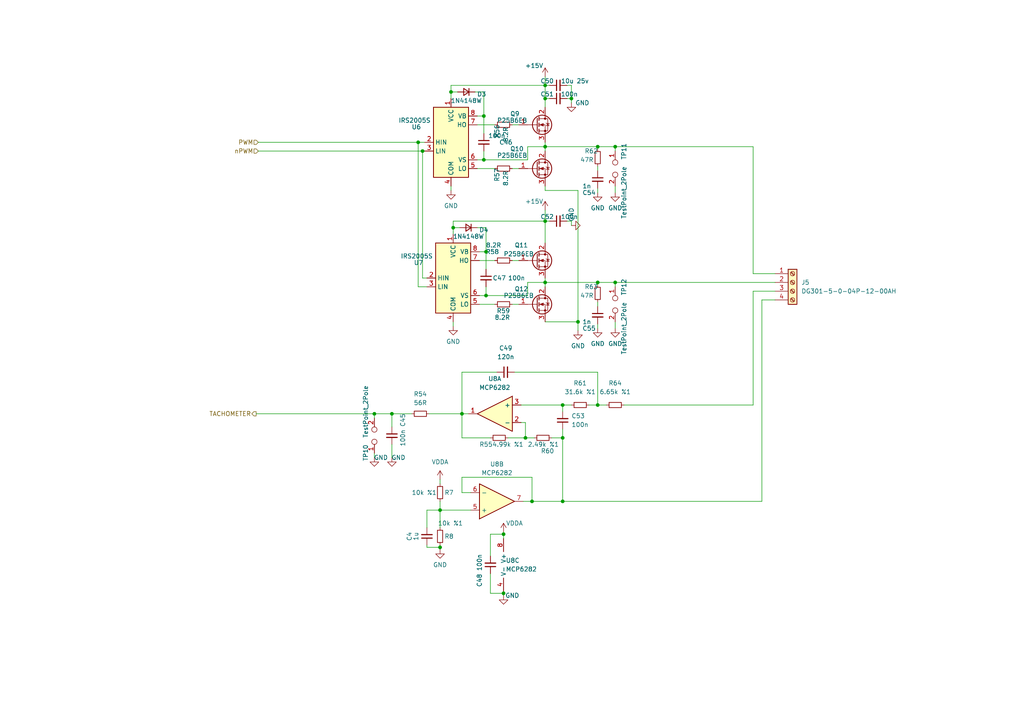
<source format=kicad_sch>
(kicad_sch (version 20211123) (generator eeschema)
  (paper "A4")
  (lib_symbols
    (symbol "Connector:Screw_Terminal_01x04" (pin_names (offset 1.016) hide)
      (property "Reference" "J" (at 0 5.08 0))
      (property "Value" "Screw_Terminal_01x04" (at 0 -7.62 0))
      (symbol "Screw_Terminal_01x04_1_1"
        (rectangle (start -1.27 3.81) (end 1.27 -6.35) (stroke (width 0.254)) (fill (type background)))
        (circle (center 0 -5.08) (radius 0.635) (stroke (width 0.1524)))
        (circle (center 0 -2.54) (radius 0.635) (stroke (width 0.1524)))
        (polyline (pts (xy -0.5334 -4.7498) (xy 0.3302 -5.588)) (stroke (width 0.1524)))
        (polyline (pts (xy -0.5334 -2.2098) (xy 0.3302 -3.048)) (stroke (width 0.1524)))
        (polyline (pts (xy -0.5334 0.3302) (xy 0.3302 -0.508)) (stroke (width 0.1524)))
        (polyline (pts (xy -0.5334 2.8702) (xy 0.3302 2.032)) (stroke (width 0.1524)))
        (polyline (pts (xy -0.3556 -4.572) (xy 0.508 -5.4102)) (stroke (width 0.1524)))
        (polyline (pts (xy -0.3556 -2.032) (xy 0.508 -2.8702)) (stroke (width 0.1524)))
        (polyline (pts (xy -0.3556 0.508) (xy 0.508 -0.3302)) (stroke (width 0.1524)))
        (polyline (pts (xy -0.3556 3.048) (xy 0.508 2.2098)) (stroke (width 0.1524)))
        (circle (center 0 0) (radius 0.635) (stroke (width 0.1524)))
        (circle (center 0 2.54) (radius 0.635) (stroke (width 0.1524)))
        (pin passive line (at -5.08 2.54 0) (length 3.81) (name "Pin_1") (number "1"))
        (pin passive line (at -5.08 0 0) (length 3.81) (name "Pin_2") (number "2"))
        (pin passive line (at -5.08 -2.54 0) (length 3.81) (name "Pin_3") (number "3"))
        (pin passive line (at -5.08 -5.08 0) (length 3.81) (name "Pin_4") (number "4"))
      )
    )
    (symbol "Connector:TestPoint_2Pole" (pin_names (offset 0.762) hide)
      (property "Reference" "TP" (at 0 1.524 0))
      (property "Value" "TestPoint_2Pole" (at 0 -1.778 0))
      (symbol "TestPoint_2Pole_0_1"
        (circle (center -1.778 0) (radius 0.762))
        (circle (center 1.778 0) (radius 0.762))
        (pin passive line (at -5.08 0 0) (length 2.54) (name "1") (number "1"))
        (pin passive line (at 5.08 0 180) (length 2.54) (name "2") (number "2"))
      )
    )
    (symbol "Device:C_Small" (pin_numbers hide) (pin_names (offset 0.254) hide)
      (property "Reference" "C" (at 0.254 1.778 0))
      (property "Value" "C_Small" (at 0.254 -2.032 0))
      (symbol "C_Small_0_1"
        (polyline (pts (xy -1.524 -0.508) (xy 1.524 -0.508)) (stroke (width 0.3302)))
        (polyline (pts (xy -1.524 0.508) (xy 1.524 0.508)) (stroke (width 0.3048)))
      )
      (symbol "C_Small_1_1"
        (pin passive line (at 0 2.54 270) (length 2.032) (name "~") (number "1"))
        (pin passive line (at 0 -2.54 90) (length 2.032) (name "~") (number "2"))
      )
    )
    (symbol "Device:D_Small" (pin_numbers hide) (pin_names (offset 0.254) hide)
      (property "Reference" "D" (at -1.27 2.032 0))
      (property "Value" "D_Small" (at -3.81 -2.032 0))
      (symbol "D_Small_0_1"
        (polyline (pts (xy -0.762 -1.016) (xy -0.762 1.016)) (stroke (width 0.254)))
        (polyline (pts (xy -0.762 0) (xy 0.762 0)))
        (polyline (pts (xy 0.762 -1.016) (xy -0.762 0) (xy 0.762 1.016) (xy 0.762 -1.016)) (stroke (width 0.254)))
      )
      (symbol "D_Small_1_1"
        (pin passive line (at -2.54 0 0) (length 1.778) (name "K") (number "1"))
        (pin passive line (at 2.54 0 180) (length 1.778) (name "A") (number "2"))
      )
    )
    (symbol "Device:Opamp_Dual"
      (property "Reference" "U" (at 0 5.08 0))
      (property "Value" "Opamp_Dual" (at 0 -5.08 0))
      (symbol "Opamp_Dual_1_1"
        (polyline (pts (xy -5.08 5.08) (xy 5.08 0) (xy -5.08 -5.08) (xy -5.08 5.08)) (stroke (width 0.254)) (fill (type background)))
        (pin output line (at 7.62 0 180) (length 2.54) (name "~") (number "1"))
        (pin input line (at -7.62 -2.54 0) (length 2.54) (name "-") (number "2"))
        (pin input line (at -7.62 2.54 0) (length 2.54) (name "+") (number "3"))
      )
      (symbol "Opamp_Dual_2_1"
        (polyline (pts (xy -5.08 5.08) (xy 5.08 0) (xy -5.08 -5.08) (xy -5.08 5.08)) (stroke (width 0.254)) (fill (type background)))
        (pin input line (at -7.62 2.54 0) (length 2.54) (name "+") (number "5"))
        (pin input line (at -7.62 -2.54 0) (length 2.54) (name "-") (number "6"))
        (pin output line (at 7.62 0 180) (length 2.54) (name "~") (number "7"))
      )
      (symbol "Opamp_Dual_3_1"
        (pin power_in line (at -2.54 -7.62 90) (length 3.81) (name "V-") (number "4"))
        (pin power_in line (at -2.54 7.62 270) (length 3.81) (name "V+") (number "8"))
      )
    )
    (symbol "Device:Q_NMOS_GDS" (pin_names (offset 0) hide)
      (property "Reference" "Q" (at 5.08 1.27 0))
      (property "Value" "Q_NMOS_GDS" (at 5.08 -1.27 0))
      (symbol "Q_NMOS_GDS_0_1"
        (polyline (pts (xy 0.254 0) (xy -2.54 0)))
        (polyline (pts (xy 0.254 1.905) (xy 0.254 -1.905)) (stroke (width 0.254)))
        (polyline (pts (xy 0.762 -1.27) (xy 0.762 -2.286)) (stroke (width 0.254)))
        (polyline (pts (xy 0.762 0.508) (xy 0.762 -0.508)) (stroke (width 0.254)))
        (polyline (pts (xy 0.762 2.286) (xy 0.762 1.27)) (stroke (width 0.254)))
        (polyline (pts (xy 2.54 2.54) (xy 2.54 1.778)))
        (polyline (pts (xy 2.54 -2.54) (xy 2.54 0) (xy 0.762 0)))
        (polyline (pts (xy 0.762 -1.778) (xy 3.302 -1.778) (xy 3.302 1.778) (xy 0.762 1.778)))
        (polyline (pts (xy 1.016 0) (xy 2.032 0.381) (xy 2.032 -0.381) (xy 1.016 0)) (fill (type outline)))
        (polyline (pts (xy 2.794 0.508) (xy 2.921 0.381) (xy 3.683 0.381) (xy 3.81 0.254)))
        (polyline (pts (xy 3.302 0.381) (xy 2.921 -0.254) (xy 3.683 -0.254) (xy 3.302 0.381)))
        (circle (center 1.651 0) (radius 2.794) (stroke (width 0.254)))
        (circle (center 2.54 -1.778) (radius 0.254) (fill (type outline)))
        (circle (center 2.54 1.778) (radius 0.254) (fill (type outline)))
      )
      (symbol "Q_NMOS_GDS_1_1"
        (pin input line (at -5.08 0 0) (length 2.54) (name "G") (number "1"))
        (pin passive line (at 2.54 5.08 270) (length 2.54) (name "D") (number "2"))
        (pin passive line (at 2.54 -5.08 90) (length 2.54) (name "S") (number "3"))
      )
    )
    (symbol "Device:R_Small" (pin_numbers hide) (pin_names (offset 0.254) hide)
      (property "Reference" "R" (at 0.762 0.508 0))
      (property "Value" "R_Small" (at 0.762 -1.016 0))
      (symbol "R_Small_0_1"
        (rectangle (start -0.762 1.778) (end 0.762 -1.778) (stroke (width 0.2032)))
      )
      (symbol "R_Small_1_1"
        (pin passive line (at 0 2.54 270) (length 0.762) (name "~") (number "1"))
        (pin passive line (at 0 -2.54 90) (length 0.762) (name "~") (number "2"))
      )
    )
    (symbol "Driver_FET:IRS2005S"
      (property "Reference" "U" (at 1.27 13.335 0))
      (property "Value" "IRS2005S" (at 1.27 11.43 0))
      (symbol "IRS2005S_0_1"
        (rectangle (start -5.08 -10.16) (end 5.08 10.16) (stroke (width 0.254)) (fill (type background)))
      )
      (symbol "IRS2005S_1_1"
        (pin power_in line (at 0 12.7 270) (length 2.54) (name "VCC") (number "1"))
        (pin input line (at -7.62 0 0) (length 2.54) (name "HIN") (number "2"))
        (pin input line (at -7.62 -2.54 0) (length 2.54) (name "LIN") (number "3"))
        (pin power_in line (at 0 -12.7 90) (length 2.54) (name "COM") (number "4"))
        (pin output line (at 7.62 -7.62 180) (length 2.54) (name "LO") (number "5"))
        (pin passive line (at 7.62 -5.08 180) (length 2.54) (name "VS") (number "6"))
        (pin output line (at 7.62 5.08 180) (length 2.54) (name "HO") (number "7"))
        (pin passive line (at 7.62 7.62 180) (length 2.54) (name "VB") (number "8"))
      )
    )
    (symbol "power:+15V" (power) (pin_names (offset 0))
      (property "Value" "+15V" (at 0 3.556 0))
      (symbol "+15V_0_1"
        (polyline (pts (xy -0.762 1.27) (xy 0 2.54)))
        (polyline (pts (xy 0 0) (xy 0 2.54)))
        (polyline (pts (xy 0 2.54) (xy 0.762 1.27)))
      )
      (symbol "+15V_1_1"
        (pin power_in line (at 0 0 90) (length 0) hide (name "+15V") (number "1"))
      )
    )
    (symbol "power:GND" (power) (pin_names (offset 0))
      (property "Value" "GND" (at 0 -3.81 0))
      (symbol "GND_0_1"
        (polyline (pts (xy 0 0) (xy 0 -1.27) (xy 1.27 -1.27) (xy 0 -2.54) (xy -1.27 -1.27) (xy 0 -1.27)))
      )
      (symbol "GND_1_1"
        (pin power_in line (at 0 0 270) (length 0) hide (name "GND") (number "1"))
      )
    )
    (symbol "power:VDDA" (power) (pin_names (offset 0))
      (property "Value" "VDDA" (at 0 3.81 0))
      (symbol "VDDA_0_1"
        (polyline (pts (xy -0.762 1.27) (xy 0 2.54)))
        (polyline (pts (xy 0 0) (xy 0 2.54)))
        (polyline (pts (xy 0 2.54) (xy 0.762 1.27)))
      )
      (symbol "VDDA_1_1"
        (pin power_in line (at 0 0 90) (length 0) hide (name "VDDA") (number "1"))
      )
    )
  )
  (junction (at 108.585 120.015))
  (junction (at 163.195 117.475))
  (junction (at 158.115 24.765))
  (junction (at 140.335 46.355))
  (junction (at 173.355 42.545))
  (junction (at 131.445 66.04))
  (junction (at 122.555 43.815))
  (junction (at 146.05 154.94))
  (junction (at 173.355 81.915))
  (junction (at 158.115 64.135))
  (junction (at 158.115 81.915))
  (junction (at 178.435 42.545))
  (junction (at 173.355 117.475))
  (junction (at 133.985 120.015))
  (junction (at 140.335 33.655))
  (junction (at 146.05 172.085))
  (junction (at 127.635 158.75))
  (junction (at 167.64 93.345))
  (junction (at 152.4 127))
  (junction (at 113.665 120.015))
  (junction (at 158.115 42.545))
  (junction (at 163.195 145.415))
  (junction (at 154.305 145.415))
  (junction (at 178.435 81.915))
  (junction (at 140.97 73.025))
  (junction (at 140.97 85.725))
  (junction (at 158.115 28.575))
  (junction (at 165.735 28.575))
  (junction (at 127.635 147.955))
  (junction (at 130.81 26.67))
  (junction (at 163.195 127))
  (junction (at 121.285 41.275))
  (wire (pts (xy 153.035 46.355) (xy 153.035 42.545)))
  (wire (pts (xy 158.115 80.645) (xy 158.115 81.915)))
  (wire (pts (xy 133.35 66.04) (xy 131.445 66.04)))
  (wire (pts (xy 158.115 24.765) (xy 159.385 24.765)))
  (wire (pts (xy 173.355 48.26) (xy 173.355 49.53)))
  (wire (pts (xy 124.46 120.015) (xy 133.985 120.015)))
  (wire (pts (xy 148.59 88.265) (xy 150.495 88.265)))
  (wire (pts (xy 130.81 53.975) (xy 130.81 55.245)))
  (wire (pts (xy 173.355 117.475) (xy 173.355 107.95)))
  (wire (pts (xy 144.145 107.95) (xy 133.985 107.95)))
  (wire (pts (xy 158.115 22.225) (xy 158.115 24.765)))
  (wire (pts (xy 74.93 43.815) (xy 122.555 43.815)))
  (wire (pts (xy 133.985 107.95) (xy 133.985 120.015)))
  (wire (pts (xy 220.98 86.995) (xy 220.98 145.415)))
  (wire (pts (xy 131.445 64.135) (xy 131.445 66.04)))
  (wire (pts (xy 152.4 127) (xy 154.94 127)))
  (wire (pts (xy 152.4 127) (xy 152.4 122.555)))
  (wire (pts (xy 218.44 79.375) (xy 224.79 79.375)))
  (wire (pts (xy 165.735 64.135) (xy 165.735 65.405)))
  (wire (pts (xy 138.43 66.04) (xy 140.97 66.04)))
  (wire (pts (xy 140.97 85.725) (xy 153.035 85.725)))
  (wire (pts (xy 133.985 142.875) (xy 133.985 138.43)))
  (wire (pts (xy 119.38 120.015) (xy 113.665 120.015)))
  (wire (pts (xy 133.985 120.015) (xy 135.89 120.015)))
  (wire (pts (xy 123.825 158.75) (xy 127.635 158.75)))
  (wire (pts (xy 113.665 120.015) (xy 113.665 123.825)))
  (wire (pts (xy 178.435 81.915) (xy 178.435 83.185)))
  (wire (pts (xy 130.81 24.765) (xy 130.81 26.67)))
  (wire (pts (xy 151.765 145.415) (xy 154.305 145.415)))
  (wire (pts (xy 163.195 124.46) (xy 163.195 127)))
  (wire (pts (xy 158.115 55.245) (xy 167.64 55.245)))
  (wire (pts (xy 148.59 75.565) (xy 150.495 75.565)))
  (wire (pts (xy 218.44 84.455) (xy 218.44 117.475)))
  (wire (pts (xy 178.435 81.915) (xy 224.79 81.915)))
  (wire (pts (xy 164.465 28.575) (xy 165.735 28.575)))
  (wire (pts (xy 142.24 172.085) (xy 146.05 172.085)))
  (wire (pts (xy 127.635 158.75) (xy 127.635 159.385)))
  (wire (pts (xy 218.44 117.475) (xy 180.975 117.475)))
  (wire (pts (xy 153.035 81.915) (xy 158.115 81.915)))
  (wire (pts (xy 121.285 83.185) (xy 121.285 41.275)))
  (wire (pts (xy 127.635 158.115) (xy 127.635 158.75)))
  (wire (pts (xy 122.555 43.815) (xy 122.555 80.645)))
  (wire (pts (xy 163.195 117.475) (xy 163.195 119.38)))
  (wire (pts (xy 167.64 93.345) (xy 167.64 95.885)))
  (wire (pts (xy 148.59 36.195) (xy 150.495 36.195)))
  (wire (pts (xy 130.81 26.67) (xy 130.81 28.575)))
  (wire (pts (xy 178.435 42.545) (xy 178.435 43.815)))
  (wire (pts (xy 158.115 60.96) (xy 158.115 64.135)))
  (wire (pts (xy 140.335 26.67) (xy 140.335 33.655)))
  (wire (pts (xy 154.305 138.43) (xy 154.305 145.415)))
  (wire (pts (xy 142.24 166.37) (xy 142.24 172.085)))
  (wire (pts (xy 151.13 117.475) (xy 163.195 117.475)))
  (wire (pts (xy 148.59 48.895) (xy 150.495 48.895)))
  (wire (pts (xy 138.43 48.895) (xy 143.51 48.895)))
  (wire (pts (xy 158.115 28.575) (xy 159.385 28.575)))
  (wire (pts (xy 158.115 64.135) (xy 158.115 70.485)))
  (wire (pts (xy 131.445 64.135) (xy 158.115 64.135)))
  (wire (pts (xy 163.195 117.475) (xy 165.735 117.475)))
  (wire (pts (xy 131.445 93.345) (xy 131.445 94.615)))
  (wire (pts (xy 158.115 53.975) (xy 158.115 55.245)))
  (wire (pts (xy 158.115 24.765) (xy 158.115 28.575)))
  (wire (pts (xy 173.355 81.915) (xy 178.435 81.915)))
  (wire (pts (xy 163.195 145.415) (xy 220.98 145.415)))
  (wire (pts (xy 178.435 53.975) (xy 178.435 55.88)))
  (wire (pts (xy 164.465 24.765) (xy 165.735 24.765)))
  (wire (pts (xy 74.93 41.275) (xy 121.285 41.275)))
  (wire (pts (xy 167.64 55.245) (xy 167.64 93.345)))
  (wire (pts (xy 140.97 66.04) (xy 140.97 73.025)))
  (wire (pts (xy 127.635 147.955) (xy 127.635 153.035)))
  (wire (pts (xy 136.525 142.875) (xy 133.985 142.875)))
  (wire (pts (xy 220.98 86.995) (xy 224.79 86.995)))
  (wire (pts (xy 108.585 120.015) (xy 108.585 121.285)))
  (wire (pts (xy 140.97 83.185) (xy 140.97 85.725)))
  (wire (pts (xy 139.065 75.565) (xy 143.51 75.565)))
  (wire (pts (xy 173.355 87.63) (xy 173.355 88.9)))
  (wire (pts (xy 158.115 41.275) (xy 158.115 42.545)))
  (wire (pts (xy 218.44 42.545) (xy 218.44 79.375)))
  (wire (pts (xy 224.79 84.455) (xy 218.44 84.455)))
  (wire (pts (xy 154.305 145.415) (xy 163.195 145.415)))
  (wire (pts (xy 133.985 127) (xy 133.985 120.015)))
  (wire (pts (xy 170.815 117.475) (xy 173.355 117.475)))
  (wire (pts (xy 158.115 81.915) (xy 158.115 83.185)))
  (wire (pts (xy 123.825 158.115) (xy 123.825 158.75)))
  (wire (pts (xy 146.05 172.085) (xy 146.05 172.72)))
  (wire (pts (xy 138.43 36.195) (xy 143.51 36.195)))
  (wire (pts (xy 140.97 78.105) (xy 140.97 73.025)))
  (wire (pts (xy 113.665 128.905) (xy 113.665 132.715)))
  (wire (pts (xy 158.115 81.915) (xy 173.355 81.915)))
  (wire (pts (xy 140.335 43.815) (xy 140.335 46.355)))
  (wire (pts (xy 173.355 93.98) (xy 173.355 95.25)))
  (wire (pts (xy 74.295 120.015) (xy 108.585 120.015)))
  (wire (pts (xy 123.825 83.185) (xy 121.285 83.185)))
  (wire (pts (xy 127.635 145.415) (xy 127.635 147.955)))
  (wire (pts (xy 165.735 28.575) (xy 165.735 29.845)))
  (wire (pts (xy 138.43 46.355) (xy 140.335 46.355)))
  (wire (pts (xy 142.24 154.94) (xy 142.24 161.29)))
  (wire (pts (xy 146.05 154.94) (xy 142.24 154.94)))
  (wire (pts (xy 146.05 154.305) (xy 146.05 154.94)))
  (wire (pts (xy 140.97 73.025) (xy 139.065 73.025)))
  (wire (pts (xy 108.585 131.445) (xy 108.585 132.715)))
  (wire (pts (xy 173.355 54.61) (xy 173.355 55.88)))
  (wire (pts (xy 160.02 127) (xy 163.195 127)))
  (wire (pts (xy 146.05 171.45) (xy 146.05 172.085)))
  (wire (pts (xy 173.355 42.545) (xy 173.355 43.18)))
  (wire (pts (xy 108.585 120.015) (xy 113.665 120.015)))
  (wire (pts (xy 153.035 85.725) (xy 153.035 81.915)))
  (wire (pts (xy 158.115 28.575) (xy 158.115 31.115)))
  (wire (pts (xy 127.635 140.335) (xy 127.635 139.065)))
  (wire (pts (xy 133.985 127) (xy 142.24 127)))
  (wire (pts (xy 140.335 38.735) (xy 140.335 33.655)))
  (wire (pts (xy 132.715 26.67) (xy 130.81 26.67)))
  (wire (pts (xy 158.115 42.545) (xy 158.115 43.815)))
  (wire (pts (xy 173.355 81.915) (xy 173.355 82.55)))
  (wire (pts (xy 123.19 43.815) (xy 122.555 43.815)))
  (wire (pts (xy 131.445 66.04) (xy 131.445 67.945)))
  (wire (pts (xy 123.825 147.955) (xy 127.635 147.955)))
  (wire (pts (xy 140.335 46.355) (xy 153.035 46.355)))
  (wire (pts (xy 147.32 127) (xy 152.4 127)))
  (wire (pts (xy 165.735 24.765) (xy 165.735 28.575)))
  (wire (pts (xy 152.4 122.555) (xy 151.13 122.555)))
  (wire (pts (xy 139.065 88.265) (xy 143.51 88.265)))
  (wire (pts (xy 133.985 138.43) (xy 154.305 138.43)))
  (wire (pts (xy 121.285 41.275) (xy 123.19 41.275)))
  (wire (pts (xy 163.195 127) (xy 163.195 145.415)))
  (wire (pts (xy 153.035 42.545) (xy 158.115 42.545)))
  (wire (pts (xy 146.05 154.94) (xy 146.05 156.21)))
  (wire (pts (xy 137.795 26.67) (xy 140.335 26.67)))
  (wire (pts (xy 173.355 117.475) (xy 175.895 117.475)))
  (wire (pts (xy 178.435 42.545) (xy 218.44 42.545)))
  (wire (pts (xy 139.065 85.725) (xy 140.97 85.725)))
  (wire (pts (xy 149.225 107.95) (xy 173.355 107.95)))
  (wire (pts (xy 158.115 42.545) (xy 173.355 42.545)))
  (wire (pts (xy 164.465 64.135) (xy 165.735 64.135)))
  (wire (pts (xy 173.355 42.545) (xy 178.435 42.545)))
  (wire (pts (xy 158.115 93.345) (xy 167.64 93.345)))
  (wire (pts (xy 140.335 33.655) (xy 138.43 33.655)))
  (wire (pts (xy 127.635 147.955) (xy 136.525 147.955)))
  (wire (pts (xy 178.435 93.345) (xy 178.435 95.25)))
  (wire (pts (xy 130.81 24.765) (xy 158.115 24.765)))
  (wire (pts (xy 123.825 153.035) (xy 123.825 147.955)))
  (wire (pts (xy 122.555 80.645) (xy 123.825 80.645)))
  (wire (pts (xy 158.115 64.135) (xy 159.385 64.135)))
  (hierarchical_label "PWM" (shape input) (at 74.93 41.275 180))
  (hierarchical_label "TACHOMETER" (shape output) (at 74.295 120.015 180))
  (hierarchical_label "nPWM" (shape input) (at 74.93 43.815 180))
  (symbol (lib_id "power:VDDA") (at 127.635 139.065 0) (unit 1)
    (property "Reference" "#PWR0160" (effects hide))
    (property "Value" "VDDA" (at 127.635 133.985 0))
  )
  (symbol (lib_id "Device:D_Small") (at 135.89 66.04 180) (unit 1)
    (property "Reference" "D4" (at 140.335 66.675 0))
    (property "Value" "1N4148W" (at 135.89 68.58 0))
    (property "Footprint" "Diode_SMD:D_SOD-123" (effects hide))
    (property "Link" "https://ozdisan.com/power-semiconductors/diodes-diode-modules-and-rectifiers/general-purpose-diodes/1N4148W-HT" (effects hide))
    (property "Price" "0.01562" (effects hide))
  )
  (symbol (lib_id "Device:R_Small") (at 178.435 117.475 90) (unit 1)
    (property "Reference" "R64" (at 178.435 111.125 90))
    (property "Value" "6.65k %1" (at 178.435 113.665 90))
    (property "Footprint" "Resistor_SMD:R_0603_1608Metric_Pad0.98x0.95mm_HandSolder" (effects hide))
    (property "Link" "https://ozdisan.com/passive-components/resistors/smt-smd-and-chip-resistors/0603SAF6651T5E" (effects hide))
    (property "Price" "0.002221" (effects hide))
  )
  (symbol (lib_id "Device:D_Small") (at 135.255 26.67 180) (unit 1)
    (property "Reference" "D3" (at 139.7 27.305 0))
    (property "Value" "1N4148W" (at 135.255 29.21 0))
    (property "Footprint" "Diode_SMD:D_SOD-123" (effects hide))
    (property "Link" "https://ozdisan.com/power-semiconductors/diodes-diode-modules-and-rectifiers/general-purpose-diodes/1N4148W-HT" (effects hide))
    (property "Price" "0.01562" (effects hide))
  )
  (symbol (lib_id "power:GND") (at 108.585 132.715 0) (unit 1)
    (property "Reference" "#PWR055" (effects hide))
    (property "Value" "GND" (at 110.49 132.715 0))
  )
  (symbol (lib_id "Device:C_Small") (at 161.925 64.135 90) (unit 1)
    (property "Reference" "C52" (at 160.655 62.865 90) (effects (justify left)))
    (property "Value" "100n" (at 167.64 62.865 90) (effects (justify left)))
    (property "Footprint" "Capacitor_SMD:C_0603_1608Metric_Pad1.08x0.95mm_HandSolder" (effects hide))
    (property "Link" "https://ozdisan.com/passive-components/capacitors/smt-smd-and-mlcc-capacitors/CL10B104KB8NNNC" (effects hide))
    (property "Price" "0.00448" (effects hide))
  )
  (symbol (lib_id "Device:C_Small") (at 173.355 91.44 0) (unit 1)
    (property "Reference" "C55" (at 168.91 95.25 0) (effects (justify left)))
    (property "Value" "1n" (at 168.91 93.345 0) (effects (justify left)))
    (property "Footprint" "Capacitor_SMD:C_0603_1608Metric_Pad1.08x0.95mm_HandSolder" (effects hide))
    (property "Link" "https://ozdisan.com/passive-components/capacitors/smt-smd-and-mlcc-capacitors/CL10B102KB8NNNC" (effects hide))
    (property "Price" "0.00532" (effects hide))
  )
  (symbol (lib_id "Device:C_Small") (at 146.685 107.95 90) (unit 1)
    (property "Reference" "C49" (at 146.6913 100.965 90))
    (property "Value" "120n" (at 146.6913 103.505 90))
    (property "Footprint" "Capacitor_SMD:C_0805_2012Metric_Pad1.18x1.45mm_HandSolder" (effects hide))
    (property "Link" "https://ozdisan.com/passive-components/capacitors/smt-smd-and-mlcc-capacitors/CL21B124JACNNNC" (effects hide))
    (property "Price" "0.03221" (effects hide))
  )
  (symbol (lib_id "Device:R_Small") (at 173.355 85.09 0) (unit 1)
    (property "Reference" "R63" (at 169.545 83.185 0) (effects (justify left)))
    (property "Value" "47R" (at 168.275 85.725 0) (effects (justify left)))
    (property "Footprint" "Resistor_SMD:R_0603_1608Metric_Pad0.98x0.95mm_HandSolder" (effects hide))
    (property "Link" "https://ozdisan.com/passive-components/resistors/smt-smd-and-chip-resistors/0603SAF470JT5E" (effects hide))
    (property "Price" "0.00221" (effects hide))
  )
  (symbol (lib_id "Device:R_Small") (at 146.05 48.895 90) (unit 1)
    (property "Reference" "R57" (at 144.145 52.705 0) (effects (justify left)))
    (property "Value" "8.2R" (at 146.685 53.975 0) (effects (justify left)))
    (property "Footprint" "Resistor_SMD:R_0603_1608Metric_Pad0.98x0.95mm_HandSolder" (effects hide))
    (property "Link" "https://ozdisan.com/passive-components/resistors/smt-smd-and-chip-resistors/0603SAJ082JT5E" (effects hide))
    (property "Price" "0.00168" (effects hide))
  )
  (symbol (lib_id "Device:C_Small") (at 123.825 155.575 180) (unit 1)
    (property "Reference" "C4" (at 118.745 155.575 90))
    (property "Value" "1u" (at 120.65 155.575 90))
    (property "Footprint" "Capacitor_SMD:C_0603_1608Metric_Pad1.08x0.95mm_HandSolder" (effects hide))
    (property "Link" "https://ozdisan.com/passive-components/capacitors/smt-smd-and-mlcc-capacitors/CL10B105KA8NNNC" (effects hide))
    (property "Price" "0.00926" (effects hide))
  )
  (symbol (lib_id "Device:Opamp_Dual") (at 144.145 145.415 0) (mirror x) (unit 2)
    (property "Reference" "U8" (at 144.145 134.62 0))
    (property "Value" "MCP6282" (at 144.145 137.16 0))
    (property "Footprint" "Package_SO:SOIC-8_3.9x4.9mm_P1.27mm" (effects hide))
    (property "Link" "https://ozdisan.com/integrated-circuits-ics/linear-ics/amplifiers/MCP6282T-ESN" (effects hide))
    (property "Price" "1.96988" (effects hide))
  )
  (symbol (lib_id "power:GND") (at 167.64 95.885 0) (unit 1)
    (property "Reference" "#PWR065" (effects hide))
    (property "Value" "GND" (at 167.64 100.33 0))
  )
  (symbol (lib_id "Connector:TestPoint_2Pole") (at 178.435 48.895 270) (unit 1)
    (property "Reference" "TP11" (at 180.975 46.355 0) (effects (justify right)))
    (property "Value" "TestPoint_2Pole" (at 180.975 63.5 0) (effects (justify right)))
    (property "Footprint" "Connector_PinHeader_2.54mm:PinHeader_1x02_P2.54mm_Vertical" (effects hide))
    (property "Link" "https://ozdisan.com/connectors-and-interconnects/headers/pin-headers/L-KLS1-207-1-02-S" (effects hide))
    (property "Price" "0.1293" (effects hide))
  )
  (symbol (lib_id "power:GND") (at 178.435 55.88 0) (unit 1)
    (property "Reference" "#PWR068" (effects hide))
    (property "Value" "GND" (at 178.435 60.325 0))
  )
  (symbol (lib_id "Device:C_Small") (at 113.665 126.365 0) (unit 1)
    (property "Reference" "C45" (at 116.84 123.825 90) (effects (justify left)))
    (property "Value" "100n" (at 116.84 129.54 90) (effects (justify left)))
    (property "Footprint" "Capacitor_SMD:C_0603_1608Metric_Pad1.08x0.95mm_HandSolder" (effects hide))
    (property "Link" "https://ozdisan.com/passive-components/capacitors/smt-smd-and-mlcc-capacitors/CL10B104KB8NNNC" (effects hide))
    (property "Price" "0.00448" (effects hide))
  )
  (symbol (lib_id "power:+15V") (at 158.115 60.96 0) (unit 1)
    (property "Reference" "#PWR062" (effects hide))
    (property "Value" "+15V" (at 154.94 58.42 0))
  )
  (symbol (lib_id "power:VDDA") (at 146.05 154.305 0) (unit 1)
    (property "Reference" "#PWR059" (effects hide))
    (property "Value" "VDDA" (at 149.225 151.765 0))
  )
  (symbol (lib_id "Device:R_Small") (at 121.92 120.015 90) (unit 1)
    (property "Reference" "R54" (at 121.92 114.3 90))
    (property "Value" "56R" (at 121.92 116.84 90))
    (property "Footprint" "Resistor_SMD:R_0603_1608Metric_Pad0.98x0.95mm_HandSolder" (effects hide))
    (property "Link" "https://ozdisan.com/passive-components/resistors/smt-smd-and-chip-resistors/0603SAF560JT5E" (effects hide))
    (property "Price" "0.00221" (effects hide))
  )
  (symbol (lib_id "Connector:TestPoint_2Pole") (at 108.585 126.365 90) (unit 1)
    (property "Reference" "TP10" (at 106.045 128.905 0) (effects (justify right)))
    (property "Value" "TestPoint_2Pole" (at 106.045 111.76 0) (effects (justify right)))
    (property "Footprint" "Connector_PinHeader_2.54mm:PinHeader_1x02_P2.54mm_Vertical" (effects hide))
    (property "Link" "https://ozdisan.com/connectors-and-interconnects/headers/pin-headers/L-KLS1-207-1-02-S" (effects hide))
    (property "Price" "0.1293" (effects hide))
  )
  (symbol (lib_id "Device:Opamp_Dual") (at 143.51 163.83 0) (mirror y) (unit 3)
    (property "Reference" "U8" (at 146.685 162.5599 0) (effects (justify right)))
    (property "Value" "MCP6282" (at 146.685 165.0999 0) (effects (justify right)))
    (property "Footprint" "Package_SO:SOIC-8_3.9x4.9mm_P1.27mm" (effects hide))
    (property "Link" "https://ozdisan.com/integrated-circuits-ics/linear-ics/amplifiers/MCP6282T-ESN" (effects hide))
    (property "Price" "1.96988" (effects hide))
  )
  (symbol (lib_id "power:GND") (at 165.735 29.845 0) (unit 1)
    (property "Reference" "#PWR063" (effects hide))
    (property "Value" "GND" (at 168.91 29.845 0))
  )
  (symbol (lib_id "power:GND") (at 127.635 159.385 0) (unit 1)
    (property "Reference" "#PWR0159" (effects hide))
    (property "Value" "GND" (at 127.635 163.83 0))
  )
  (symbol (lib_id "Device:R_Small") (at 144.78 127 270) (unit 1)
    (property "Reference" "R55" (at 140.97 128.905 90))
    (property "Value" "4.99k %1" (at 147.32 128.905 90))
    (property "Footprint" "Resistor_SMD:R_0603_1608Metric_Pad0.98x0.95mm_HandSolder" (effects hide))
    (property "Link" "https://ozdisan.com/passive-components/resistors/smt-smd-and-chip-resistors/0603SAF4991T5E" (effects hide))
    (property "Price" "0.002221" (effects hide))
  )
  (symbol (lib_id "power:GND") (at 113.665 132.715 0) (unit 1)
    (property "Reference" "#PWR056" (effects hide))
    (property "Value" "GND" (at 115.57 132.715 0))
  )
  (symbol (lib_id "Device:C_Small") (at 140.335 41.275 0) (unit 1)
    (property "Reference" "C46" (at 144.78 41.275 0) (effects (justify left)))
    (property "Value" "100n" (at 141.605 39.37 0) (effects (justify left)))
    (property "Footprint" "Capacitor_SMD:C_0603_1608Metric_Pad1.08x0.95mm_HandSolder" (effects hide))
    (property "Link" "https://ozdisan.com/passive-components/capacitors/smt-smd-and-mlcc-capacitors/CL10B104KB8NNNC" (effects hide))
    (property "Price" "0.00448" (effects hide))
  )
  (symbol (lib_id "Device:R_Small") (at 146.05 88.265 90) (unit 1)
    (property "Reference" "R59" (at 147.955 90.17 90) (effects (justify left)))
    (property "Value" "8.2R" (at 147.955 92.075 90) (effects (justify left)))
    (property "Footprint" "Resistor_SMD:R_0603_1608Metric_Pad0.98x0.95mm_HandSolder" (effects hide))
    (property "Link" "https://ozdisan.com/passive-components/resistors/smt-smd-and-chip-resistors/0603SAJ082JT5E" (effects hide))
    (property "Price" "0.00168" (effects hide))
  )
  (symbol (lib_id "Device:Q_NMOS_GDS") (at 155.575 36.195 0) (unit 1)
    (property "Reference" "Q9" (at 147.955 33.02 0) (effects (justify left)))
    (property "Value" "P25B6EB" (at 144.145 34.925 0) (effects (justify left)))
    (property "Footprint" "Package_TO_SOT_SMD:TO-252-2" (effects hide))
    (property "Link" "https://ozdisan.com/power-semiconductors/mosfets/discrete-mosfets/P25B6EB-5071" (effects hide))
    (property "Price" "0.76360" (effects hide))
  )
  (symbol (lib_id "Device:Q_NMOS_GDS") (at 155.575 88.265 0) (unit 1)
    (property "Reference" "Q12" (at 149.225 83.82 0) (effects (justify left)))
    (property "Value" "P25B6EB" (at 146.05 85.725 0) (effects (justify left)))
    (property "Footprint" "Package_TO_SOT_SMD:TO-252-2" (effects hide))
    (property "Link" "https://ozdisan.com/power-semiconductors/mosfets/discrete-mosfets/P25B6EB-5071" (effects hide))
    (property "Price" "0.76360" (effects hide))
  )
  (symbol (lib_id "Device:R_Small") (at 157.48 127 270) (unit 1)
    (property "Reference" "R60" (at 156.845 130.81 90) (effects (justify left)))
    (property "Value" "2.49k %1" (at 153.035 128.905 90) (effects (justify left)))
    (property "Footprint" "Resistor_SMD:R_0603_1608Metric_Pad0.98x0.95mm_HandSolder" (effects hide))
    (property "Link" "https://ozdisan.com/passive-components/resistors/smt-smd-and-chip-resistors/0603SAF2491T5E" (effects hide))
    (property "Price" "0.002221" (effects hide))
  )
  (symbol (lib_id "Device:C_Small") (at 163.195 121.92 180) (unit 1)
    (property "Reference" "C53" (at 165.735 120.6435 0) (effects (justify right)))
    (property "Value" "100n " (at 165.735 123.1835 0) (effects (justify right)))
    (property "Footprint" "Capacitor_SMD:C_0603_1608Metric_Pad1.08x0.95mm_HandSolder" (effects hide))
    (property "Link" "https://ozdisan.com/passive-components/capacitors/smt-smd-and-mlcc-capacitors/CL10B104KB8NNNC" (effects hide))
    (property "Price" "0.00448" (effects hide))
  )
  (symbol (lib_id "Device:R_Small") (at 146.05 36.195 90) (unit 1)
    (property "Reference" "R56" (at 144.145 40.005 0) (effects (justify left)))
    (property "Value" "8.2R" (at 146.685 41.275 0) (effects (justify left)))
    (property "Footprint" "Resistor_SMD:R_0603_1608Metric_Pad0.98x0.95mm_HandSolder" (effects hide))
    (property "Link" "https://ozdisan.com/passive-components/resistors/smt-smd-and-chip-resistors/0603SAJ082JT5E" (effects hide))
    (property "Price" "0.00168" (effects hide))
  )
  (symbol (lib_id "power:GND") (at 173.355 55.88 0) (unit 1)
    (property "Reference" "#PWR066" (effects hide))
    (property "Value" "GND" (at 173.355 60.325 0))
  )
  (symbol (lib_id "Device:C_Small") (at 142.24 163.83 180) (unit 1)
    (property "Reference" "C48" (at 139.065 166.37 90) (effects (justify left)))
    (property "Value" "100n" (at 139.065 160.655 90) (effects (justify left)))
    (property "Footprint" "Capacitor_SMD:C_0603_1608Metric_Pad1.08x0.95mm_HandSolder" (effects hide))
    (property "Link" "https://ozdisan.com/passive-components/capacitors/smt-smd-and-mlcc-capacitors/CL10B104KB8NNNC" (effects hide))
    (property "Price" "0.00448" (effects hide))
  )
  (symbol (lib_id "Device:R_Small") (at 146.05 75.565 90) (unit 1)
    (property "Reference" "R58" (at 144.78 73.025 90) (effects (justify left)))
    (property "Value" "8.2R" (at 145.415 71.12 90) (effects (justify left)))
    (property "Footprint" "Resistor_SMD:R_0603_1608Metric_Pad0.98x0.95mm_HandSolder" (effects hide))
    (property "Link" "https://ozdisan.com/passive-components/resistors/smt-smd-and-chip-resistors/0603SAJ082JT5E" (effects hide))
    (property "Price" "0.00168" (effects hide))
  )
  (symbol (lib_id "Device:R_Small") (at 168.275 117.475 90) (unit 1)
    (property "Reference" "R61" (at 168.275 111.125 90))
    (property "Value" "31.6k %1" (at 168.275 113.665 90))
    (property "Footprint" "Resistor_SMD:R_0603_1608Metric_Pad0.98x0.95mm_HandSolder" (effects hide))
    (property "Link" "https://ozdisan.com/passive-components/resistors/smt-smd-and-chip-resistors/0603SAF3162T5E" (effects hide))
    (property "Price" "0.00221" (effects hide))
  )
  (symbol (lib_id "Device:Opamp_Dual") (at 143.51 120.015 0) (mirror y) (unit 1)
    (property "Reference" "U8" (at 143.51 109.855 0))
    (property "Value" "MCP6282" (at 143.51 112.395 0))
    (property "Footprint" "Package_SO:SOIC-8_3.9x4.9mm_P1.27mm" (effects hide))
    (property "Link" "https://ozdisan.com/integrated-circuits-ics/linear-ics/amplifiers/MCP6282T-ESN" (effects hide))
    (property "Price" "1.96988" (effects hide))
  )
  (symbol (lib_id "Device:C_Small") (at 140.97 80.645 0) (unit 1)
    (property "Reference" "C47" (at 142.875 80.645 0) (effects (justify left)))
    (property "Value" "100n" (at 147.32 80.645 0) (effects (justify left)))
    (property "Footprint" "Capacitor_SMD:C_0603_1608Metric_Pad1.08x0.95mm_HandSolder" (effects hide))
    (property "Link" "https://ozdisan.com/passive-components/capacitors/smt-smd-and-mlcc-capacitors/CL10B104KB8NNNC" (effects hide))
    (property "Price" "0.00448" (effects hide))
  )
  (symbol (lib_id "Connector:TestPoint_2Pole") (at 178.435 88.265 270) (unit 1)
    (property "Reference" "TP12" (at 180.975 85.725 0) (effects (justify right)))
    (property "Value" "TestPoint_2Pole" (at 180.975 102.87 0) (effects (justify right)))
    (property "Footprint" "Connector_PinHeader_2.54mm:PinHeader_1x02_P2.54mm_Vertical" (effects hide))
    (property "Link" "https://ozdisan.com/connectors-and-interconnects/headers/pin-headers/L-KLS1-207-1-02-S" (effects hide))
    (property "Price" "0.1293" (effects hide))
  )
  (symbol (lib_id "Device:C_Small") (at 161.925 24.765 90) (unit 1)
    (property "Reference" "C50" (at 160.655 23.495 90) (effects (justify left)))
    (property "Value" "10u 25v" (at 170.815 23.495 90) (effects (justify left)))
    (property "Footprint" "Capacitor_SMD:C_0805_2012Metric_Pad1.18x1.45mm_HandSolder" (effects hide))
    (property "Link" "https://ozdisan.com/passive-components/capacitors/smt-smd-and-mlcc-capacitors/CL21A106KAYNNNE" (effects hide))
    (property "Price" "0.04807" (effects hide))
  )
  (symbol (lib_id "power:+15V") (at 158.115 22.225 0) (unit 1)
    (property "Reference" "#PWR061" (effects hide))
    (property "Value" "+15V" (at 154.94 19.05 0))
  )
  (symbol (lib_id "Driver_FET:IRS2005S") (at 131.445 80.645 0) (unit 1)
    (property "Reference" "U7" (at 120.015 76.2 0) (effects (justify left)))
    (property "Value" "IRS2005S" (at 116.205 74.295 0) (effects (justify left)))
    (property "Footprint" "Package_SO:SOIC-8_3.9x4.9mm_P1.27mm" (effects hide))
    (property "Datasheet" "https://www.infineon.com/dgdl/Infineon-IRS2005S-DS-v02_00-EN.pdf?fileId=5546d462533600a4015364c4246229e1" (effects hide))
    (property "Link" "https://ozdisan.com/integrated-circuits-ics/power-management-ics/power-drivers/IRS2005STRPBF" (effects hide))
    (property "Price" "1.63317" (effects hide))
  )
  (symbol (lib_id "Device:R_Small") (at 127.635 142.875 0) (unit 1)
    (property "Reference" "R7" (at 128.905 142.875 0) (effects (justify left)))
    (property "Value" "10k %1" (at 119.38 142.875 0) (effects (justify left)))
    (property "Footprint" "Resistor_SMD:R_0603_1608Metric_Pad0.98x0.95mm_HandSolder" (effects hide))
    (property "Link" "https://ozdisan.com/passive-components/resistors/smt-smd-and-chip-resistors/0603SAF1002T5E" (effects hide))
    (property "Price" "0.00221" (effects hide))
  )
  (symbol (lib_id "Device:R_Small") (at 173.355 45.72 0) (unit 1)
    (property "Reference" "R62" (at 169.545 43.815 0) (effects (justify left)))
    (property "Value" "47R" (at 168.275 46.355 0) (effects (justify left)))
    (property "Footprint" "Resistor_SMD:R_0603_1608Metric_Pad0.98x0.95mm_HandSolder" (effects hide))
    (property "Link" "https://ozdisan.com/passive-components/resistors/smt-smd-and-chip-resistors/0603SAF470JT5E" (effects hide))
    (property "Price" "0.00221" (effects hide))
  )
  (symbol (lib_id "Device:R_Small") (at 127.635 155.575 0) (unit 1)
    (property "Reference" "R8" (at 128.905 155.575 0) (effects (justify left)))
    (property "Value" "10k %1" (at 127 151.765 0) (effects (justify left)))
    (property "Footprint" "Resistor_SMD:R_0603_1608Metric_Pad0.98x0.95mm_HandSolder" (effects hide))
    (property "Link" "https://ozdisan.com/passive-components/resistors/smt-smd-and-chip-resistors/0603SAF1002T5E" (effects hide))
    (property "Price" "0.00221" (effects hide))
  )
  (symbol (lib_id "power:GND") (at 131.445 94.615 0) (unit 1)
    (property "Reference" "#PWR058" (effects hide))
    (property "Value" "GND" (at 131.445 99.06 0))
  )
  (symbol (lib_id "Device:Q_NMOS_GDS") (at 155.575 75.565 0) (unit 1)
    (property "Reference" "Q11" (at 149.225 71.12 0) (effects (justify left)))
    (property "Value" "P25B6EB" (at 146.05 73.66 0) (effects (justify left)))
    (property "Footprint" "Package_TO_SOT_SMD:TO-252-2" (effects hide))
    (property "Link" "https://ozdisan.com/power-semiconductors/mosfets/discrete-mosfets/P25B6EB-5071" (effects hide))
    (property "Price" "0.76360" (effects hide))
  )
  (symbol (lib_id "power:GND") (at 173.355 95.25 0) (unit 1)
    (property "Reference" "#PWR067" (effects hide))
    (property "Value" "GND" (at 173.355 99.695 0))
  )
  (symbol (lib_id "power:GND") (at 165.735 65.405 90) (unit 1)
    (property "Reference" "#PWR064" (effects hide))
    (property "Value" "GND" (at 165.735 62.23 0))
  )
  (symbol (lib_id "power:GND") (at 146.05 172.72 0) (unit 1)
    (property "Reference" "#PWR060" (effects hide))
    (property "Value" "GND" (at 148.59 172.72 0))
  )
  (symbol (lib_id "Device:C_Small") (at 161.925 28.575 90) (unit 1)
    (property "Reference" "C51" (at 160.655 27.305 90) (effects (justify left)))
    (property "Value" "100n" (at 167.64 27.305 90) (effects (justify left)))
    (property "Footprint" "Capacitor_SMD:C_0603_1608Metric_Pad1.08x0.95mm_HandSolder" (effects hide))
    (property "Link" "https://ozdisan.com/passive-components/capacitors/smt-smd-and-mlcc-capacitors/CL10B104KB8NNNC" (effects hide))
    (property "Price" "0.00448" (effects hide))
  )
  (symbol (lib_id "power:GND") (at 130.81 55.245 0) (unit 1)
    (property "Reference" "#PWR057" (effects hide))
    (property "Value" "GND" (at 130.81 59.69 0))
  )
  (symbol (lib_id "Driver_FET:IRS2005S") (at 130.81 41.275 0) (unit 1)
    (property "Reference" "U6" (at 119.38 36.83 0) (effects (justify left)))
    (property "Value" "IRS2005S" (at 115.57 34.925 0) (effects (justify left)))
    (property "Footprint" "Package_SO:SOIC-8_3.9x4.9mm_P1.27mm" (effects hide))
    (property "Datasheet" "https://www.infineon.com/dgdl/Infineon-IRS2005S-DS-v02_00-EN.pdf?fileId=5546d462533600a4015364c4246229e1" (effects hide))
    (property "Link" "https://ozdisan.com/integrated-circuits-ics/power-management-ics/power-drivers/IRS2005STRPBF" (effects hide))
    (property "Price" "1.63317" (effects hide))
  )
  (symbol (lib_id "power:GND") (at 178.435 95.25 0) (unit 1)
    (property "Reference" "#PWR069" (effects hide))
    (property "Value" "GND" (at 178.435 99.695 0))
  )
  (symbol (lib_id "Device:C_Small") (at 173.355 52.07 0) (unit 1)
    (property "Reference" "C54" (at 168.91 55.88 0) (effects (justify left)))
    (property "Value" "1n" (at 168.91 53.975 0) (effects (justify left)))
    (property "Footprint" "Capacitor_SMD:C_0603_1608Metric_Pad1.08x0.95mm_HandSolder" (effects hide))
    (property "Link" "https://ozdisan.com/passive-components/capacitors/smt-smd-and-mlcc-capacitors/CL10B102KB8NNNC" (effects hide))
    (property "Price" "0.00532" (effects hide))
  )
  (symbol (lib_id "Device:Q_NMOS_GDS") (at 155.575 48.895 0) (unit 1)
    (property "Reference" "Q10" (at 147.955 43.18 0) (effects (justify left)))
    (property "Value" "P25B6EB" (at 144.145 45.085 0) (effects (justify left)))
    (property "Footprint" "Package_TO_SOT_SMD:TO-252-2" (effects hide))
    (property "Link" "https://ozdisan.com/power-semiconductors/mosfets/discrete-mosfets/P25B6EB-5071" (effects hide))
    (property "Price" "0.76360" (effects hide))
  )
  (symbol (lib_id "Connector:Screw_Terminal_01x04") (at 229.87 81.915 0) (unit 1)
    (property "Reference" "J5" (at 232.41 81.9149 0) (effects (justify left)))
    (property "Value" "DG301-5-0-04P-12-00AH" (at 232.41 84.4549 0) (effects (justify left)))
    (property "Footprint" "conn:DG301-5.0-04P-12-00AH" (effects hide))
    (property "Link" "https://ozdisan.com/connectors-and-interconnects/terminal-blocks/pcb-terminal-blocks/DG301-5-0-04P-12-00AH" (effects hide))
    (property "Price" "0.21126" (effects hide))
  )
)
</source>
